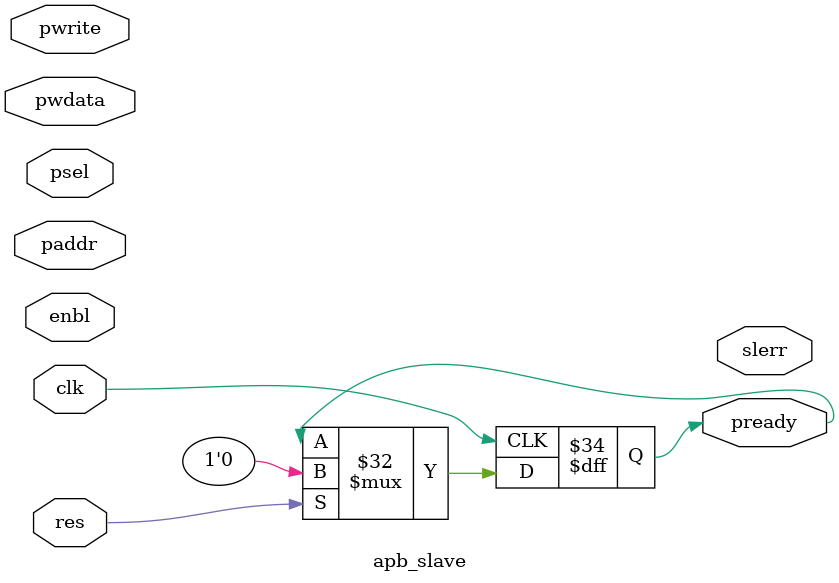
<source format=v>
`timescale 1ns / 1ps

module apb_slave( input clk,
                  input res,
                  input [6:0] paddr,
                  input pwrite,
                  input psel,
                  input enbl,
                  input [31:0] pwdata,
                  output slerr,
                  output reg pready
                ); 
                
  reg [1:0] apb_state;
  parameter [1:0] IDLE = 0;
  parameter [1:0] SETUP = 1;
  parameter [1:0] ACCESS = 2;
          
                
  always @(posedge clk) begin
      if (res) begin
          apb_state <= 0;
          pready <= 0;
      end
      else begin
      case (apb_state)
        IDLE : begin
            if (!psel && !enbl)
                apb_state <= IDLE;
            else if (psel && !enbl)
                apb_state <= SETUP;
            end
            
        SETUP: begin   
           apb_state <=  ACCESS;
        end
        
        
        ACCESS: begin
          if (!pready) 
            apb_state <= ACCESS;
            
          else if (pready && psel)
          apb_state <= SETUP;
          
          else if (pready && !psel)
          apb_state <= IDLE;
       end   
          
      endcase
    end
  end             
endmodule

</source>
